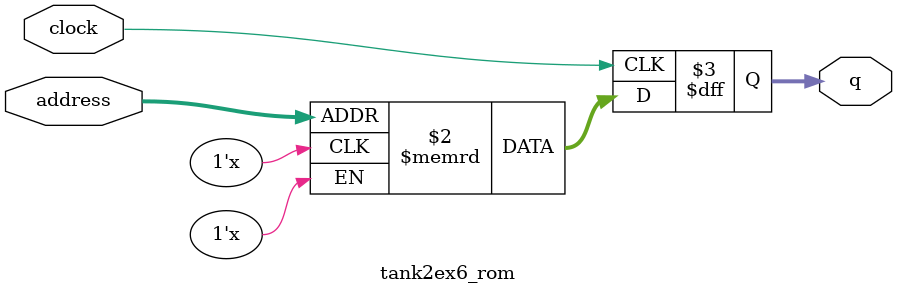
<source format=sv>
module tank2ex6_rom (
	input logic clock,
	input logic [9:0] address,
	output logic [3:0] q
);

logic [3:0] memory [0:1023] /* synthesis ram_init_file = "./tank2ex6/tank2ex6.mif" */;

always_ff @ (posedge clock) begin
	q <= memory[address];
end

endmodule

</source>
